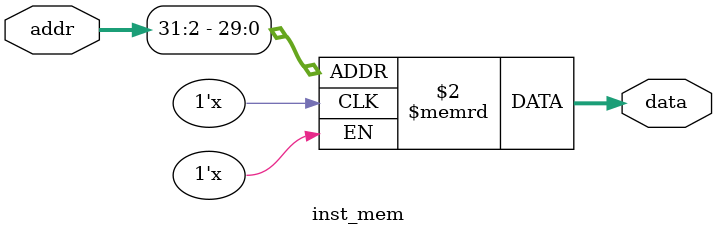
<source format=sv>
module inst_mem
(
    input  logic [31:0] addr,
    output logic [31:0] data
);

    logic [31:0] mem [100];

    always_comb
    begin
        // doing right shift as pc is adding 4, to make it +1 as we want to do word addresable memory access
        data=mem[addr[31:2]];
    end

endmodule

</source>
